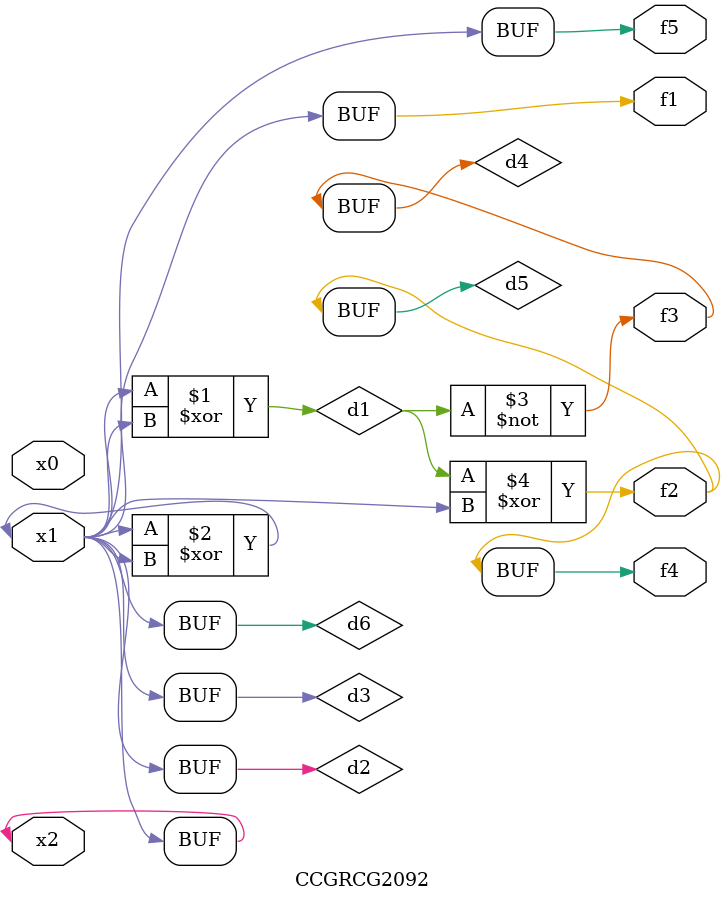
<source format=v>
module CCGRCG2092(
	input x0, x1, x2,
	output f1, f2, f3, f4, f5
);

	wire d1, d2, d3, d4, d5, d6;

	xor (d1, x1, x2);
	buf (d2, x1, x2);
	xor (d3, x1, x2);
	nor (d4, d1);
	xor (d5, d1, d2);
	buf (d6, d2, d3);
	assign f1 = d6;
	assign f2 = d5;
	assign f3 = d4;
	assign f4 = d5;
	assign f5 = d6;
endmodule

</source>
